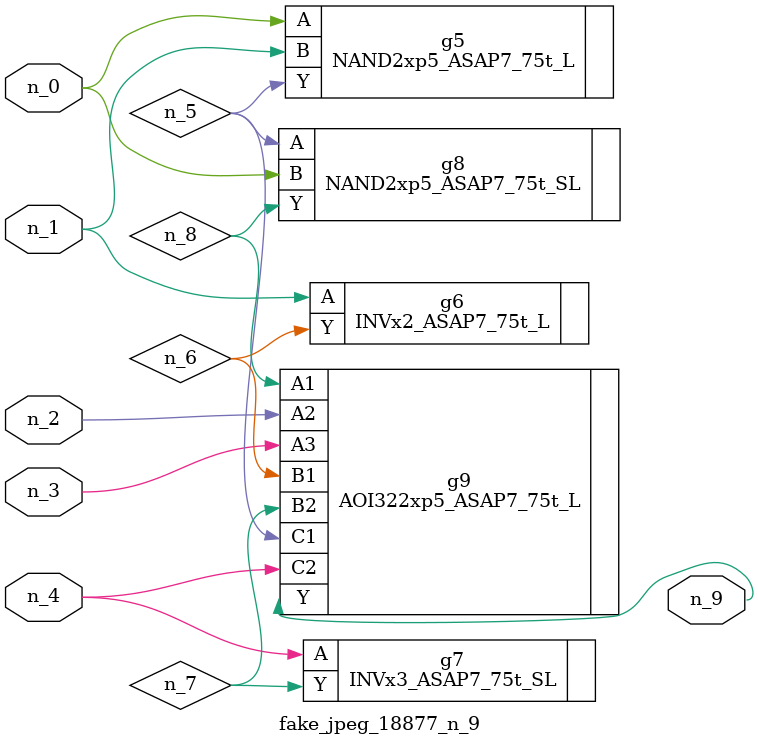
<source format=v>
module fake_jpeg_18877_n_9 (n_3, n_2, n_1, n_0, n_4, n_9);

input n_3;
input n_2;
input n_1;
input n_0;
input n_4;

output n_9;

wire n_8;
wire n_6;
wire n_5;
wire n_7;

NAND2xp5_ASAP7_75t_L g5 ( 
.A(n_0),
.B(n_1),
.Y(n_5)
);

INVx2_ASAP7_75t_L g6 ( 
.A(n_1),
.Y(n_6)
);

INVx3_ASAP7_75t_SL g7 ( 
.A(n_4),
.Y(n_7)
);

NAND2xp5_ASAP7_75t_SL g8 ( 
.A(n_5),
.B(n_0),
.Y(n_8)
);

AOI322xp5_ASAP7_75t_L g9 ( 
.A1(n_8),
.A2(n_2),
.A3(n_3),
.B1(n_6),
.B2(n_7),
.C1(n_5),
.C2(n_4),
.Y(n_9)
);


endmodule
</source>
